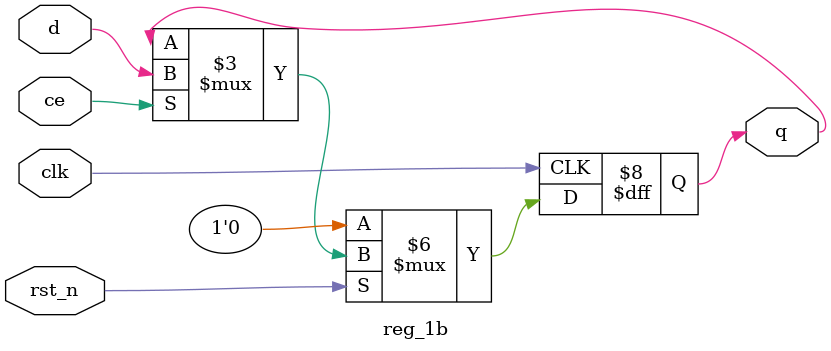
<source format=v>
module reg_1b (
    input d,
    input clk,
    input rst_n, // active low reset
    input ce,
    output q
);
    reg q;

    always @(posedge clk) begin
        if (!rst_n) begin
            q <= 0;
        end else if (ce) begin
            q <= d;
        end
    end

endmodule

</source>
